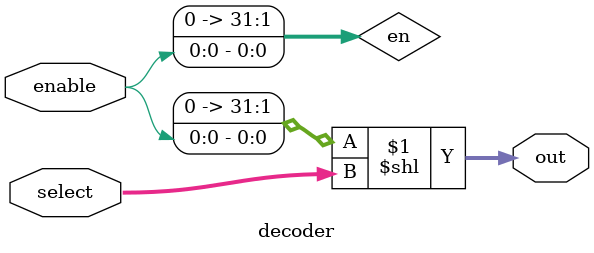
<source format=v>
module decoder (out, select, enable);

    input [4:0] select;
    input enable;
    output [31:0] out;

    wire [31:0] en;
    
    assign en[0] = enable;
    assign en[1] = 1'b0;
    assign en[2] = 1'b0;
    assign en[3] = 1'b0;
    assign en[4] = 1'b0;
    assign en[5] = 1'b0;
    assign en[6] = 1'b0;
    assign en[7] = 1'b0;
    assign en[8] = 1'b0;
    assign en[9] = 1'b0;
    assign en[10] = 1'b0;
    assign en[11] = 1'b0;
    assign en[12] = 1'b0;
    assign en[13] = 1'b0;
    assign en[14] = 1'b0;
    assign en[15] = 1'b0;
    assign en[16] = 1'b0;
    assign en[17] = 1'b0;
    assign en[18] = 1'b0;
    assign en[19] = 1'b0;
    assign en[20] = 1'b0;
    assign en[21] = 1'b0;
    assign en[22] = 1'b0;
    assign en[23] = 1'b0;
    assign en[24] = 1'b0;
    assign en[25] = 1'b0;
    assign en[26] = 1'b0;
    assign en[27] = 1'b0;
    assign en[28] = 1'b0;
    assign en[29] = 1'b0;
    assign en[30] = 1'b0;
    assign en[31] = 1'b0;

    assign out = en << select;

endmodule
</source>
